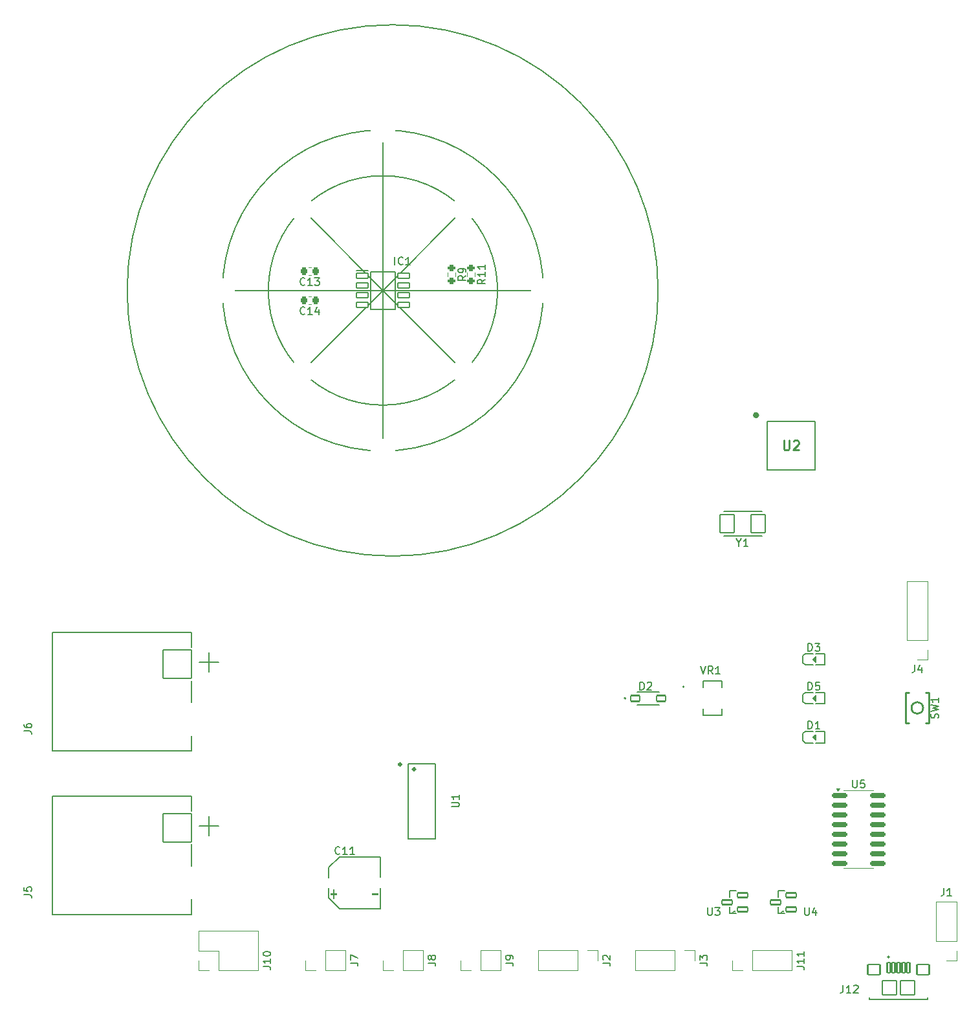
<source format=gbr>
%TF.GenerationSoftware,KiCad,Pcbnew,8.0.4*%
%TF.CreationDate,2024-08-11T19:16:42-04:00*%
%TF.ProjectId,foc_pcb,666f635f-7063-4622-9e6b-696361645f70,rev?*%
%TF.SameCoordinates,Original*%
%TF.FileFunction,Legend,Top*%
%TF.FilePolarity,Positive*%
%FSLAX46Y46*%
G04 Gerber Fmt 4.6, Leading zero omitted, Abs format (unit mm)*
G04 Created by KiCad (PCBNEW 8.0.4) date 2024-08-11 19:16:42*
%MOMM*%
%LPD*%
G01*
G04 APERTURE LIST*
G04 Aperture macros list*
%AMRoundRect*
0 Rectangle with rounded corners*
0 $1 Rounding radius*
0 $2 $3 $4 $5 $6 $7 $8 $9 X,Y pos of 4 corners*
0 Add a 4 corners polygon primitive as box body*
4,1,4,$2,$3,$4,$5,$6,$7,$8,$9,$2,$3,0*
0 Add four circle primitives for the rounded corners*
1,1,$1+$1,$2,$3*
1,1,$1+$1,$4,$5*
1,1,$1+$1,$6,$7*
1,1,$1+$1,$8,$9*
0 Add four rect primitives between the rounded corners*
20,1,$1+$1,$2,$3,$4,$5,0*
20,1,$1+$1,$4,$5,$6,$7,0*
20,1,$1+$1,$6,$7,$8,$9,0*
20,1,$1+$1,$8,$9,$2,$3,0*%
G04 Aperture macros list end*
%ADD10C,0.150000*%
%ADD11C,0.254000*%
%ADD12C,0.120000*%
%ADD13C,0.127000*%
%ADD14C,0.200000*%
%ADD15C,0.152500*%
%ADD16C,0.000000*%
%ADD17C,0.152400*%
%ADD18C,0.300000*%
%ADD19C,0.400000*%
%ADD20C,0.010000*%
%ADD21C,3.200000*%
%ADD22R,1.700000X1.700000*%
%ADD23O,1.700000X1.700000*%
%ADD24RoundRect,0.102000X-0.200000X-0.675000X0.200000X-0.675000X0.200000X0.675000X-0.200000X0.675000X0*%
%ADD25RoundRect,0.102000X-0.800000X-0.700000X0.800000X-0.700000X0.800000X0.700000X-0.800000X0.700000X0*%
%ADD26RoundRect,0.102000X-0.950000X-0.950000X0.950000X-0.950000X0.950000X0.950000X-0.950000X0.950000X0*%
%ADD27O,1.104000X2.004000*%
%ADD28RoundRect,0.102000X-0.750000X-0.325000X0.750000X-0.325000X0.750000X0.325000X-0.750000X0.325000X0*%
%ADD29R,3.500000X1.200000*%
%ADD30RoundRect,0.102000X1.858000X-1.858000X1.858000X1.858000X-1.858000X1.858000X-1.858000X-1.858000X0*%
%ADD31C,3.920000*%
%ADD32O,2.604000X1.404000*%
%ADD33RoundRect,0.102000X0.660400X0.279400X-0.660400X0.279400X-0.660400X-0.279400X0.660400X-0.279400X0*%
%ADD34R,0.800000X0.800000*%
%ADD35RoundRect,0.225000X0.225000X0.250000X-0.225000X0.250000X-0.225000X-0.250000X0.225000X-0.250000X0*%
%ADD36RoundRect,0.200000X-0.275000X0.200000X-0.275000X-0.200000X0.275000X-0.200000X0.275000X0.200000X0*%
%ADD37RoundRect,0.102000X0.950000X1.200000X-0.950000X1.200000X-0.950000X-1.200000X0.950000X-1.200000X0*%
%ADD38R,1.800000X1.350000*%
%ADD39O,1.731500X0.343000*%
%ADD40R,2.750000X6.200000*%
%ADD41R,1.500000X0.600000*%
%ADD42R,0.600000X1.500000*%
%ADD43RoundRect,0.150000X-0.825000X-0.150000X0.825000X-0.150000X0.825000X0.150000X-0.825000X0.150000X0*%
%ADD44RoundRect,0.102000X-0.605000X-0.365000X0.605000X-0.365000X0.605000X0.365000X-0.605000X0.365000X0*%
G04 APERTURE END LIST*
D10*
X309550000Y-209550000D02*
G75*
G02*
X279550000Y-209550000I-15000000J0D01*
G01*
X279550000Y-209550000D02*
G75*
G02*
X309550000Y-209550000I15000000J0D01*
G01*
X294550000Y-209550000D02*
X273550000Y-209550000D01*
X294550000Y-209550000D02*
X315550000Y-209550000D01*
X315550000Y-209550000D02*
G75*
G02*
X273550000Y-209550000I-21000000J0D01*
G01*
X273550000Y-209550000D02*
G75*
G02*
X315550000Y-209550000I21000000J0D01*
G01*
X294550000Y-209550000D02*
X305156602Y-198943398D01*
X294550000Y-209550000D02*
X305156602Y-220156602D01*
X294550000Y-209550000D02*
X283943398Y-220156602D01*
X294550000Y-209550000D02*
X294550000Y-188550000D01*
X330570000Y-209550000D02*
G75*
G02*
X261070000Y-209550000I-34750000J0D01*
G01*
X261070000Y-209550000D02*
G75*
G02*
X330570000Y-209550000I34750000J0D01*
G01*
X294550000Y-209550000D02*
X283943398Y-198943398D01*
X294550000Y-209550000D02*
X294550000Y-230550000D01*
X367966666Y-287744819D02*
X367966666Y-288459104D01*
X367966666Y-288459104D02*
X367919047Y-288601961D01*
X367919047Y-288601961D02*
X367823809Y-288697200D01*
X367823809Y-288697200D02*
X367680952Y-288744819D01*
X367680952Y-288744819D02*
X367585714Y-288744819D01*
X368966666Y-288744819D02*
X368395238Y-288744819D01*
X368680952Y-288744819D02*
X368680952Y-287744819D01*
X368680952Y-287744819D02*
X368585714Y-287887676D01*
X368585714Y-287887676D02*
X368490476Y-287982914D01*
X368490476Y-287982914D02*
X368395238Y-288030533D01*
X354790476Y-300444819D02*
X354790476Y-301159104D01*
X354790476Y-301159104D02*
X354742857Y-301301961D01*
X354742857Y-301301961D02*
X354647619Y-301397200D01*
X354647619Y-301397200D02*
X354504762Y-301444819D01*
X354504762Y-301444819D02*
X354409524Y-301444819D01*
X355790476Y-301444819D02*
X355219048Y-301444819D01*
X355504762Y-301444819D02*
X355504762Y-300444819D01*
X355504762Y-300444819D02*
X355409524Y-300587676D01*
X355409524Y-300587676D02*
X355314286Y-300682914D01*
X355314286Y-300682914D02*
X355219048Y-300730533D01*
X356171429Y-300540057D02*
X356219048Y-300492438D01*
X356219048Y-300492438D02*
X356314286Y-300444819D01*
X356314286Y-300444819D02*
X356552381Y-300444819D01*
X356552381Y-300444819D02*
X356647619Y-300492438D01*
X356647619Y-300492438D02*
X356695238Y-300540057D01*
X356695238Y-300540057D02*
X356742857Y-300635295D01*
X356742857Y-300635295D02*
X356742857Y-300730533D01*
X356742857Y-300730533D02*
X356695238Y-300873390D01*
X356695238Y-300873390D02*
X356123810Y-301444819D01*
X356123810Y-301444819D02*
X356742857Y-301444819D01*
X336004819Y-297513333D02*
X336719104Y-297513333D01*
X336719104Y-297513333D02*
X336861961Y-297560952D01*
X336861961Y-297560952D02*
X336957200Y-297656190D01*
X336957200Y-297656190D02*
X337004819Y-297799047D01*
X337004819Y-297799047D02*
X337004819Y-297894285D01*
X336004819Y-297132380D02*
X336004819Y-296513333D01*
X336004819Y-296513333D02*
X336385771Y-296846666D01*
X336385771Y-296846666D02*
X336385771Y-296703809D01*
X336385771Y-296703809D02*
X336433390Y-296608571D01*
X336433390Y-296608571D02*
X336481009Y-296560952D01*
X336481009Y-296560952D02*
X336576247Y-296513333D01*
X336576247Y-296513333D02*
X336814342Y-296513333D01*
X336814342Y-296513333D02*
X336909580Y-296560952D01*
X336909580Y-296560952D02*
X336957200Y-296608571D01*
X336957200Y-296608571D02*
X337004819Y-296703809D01*
X337004819Y-296703809D02*
X337004819Y-296989523D01*
X337004819Y-296989523D02*
X336957200Y-297084761D01*
X336957200Y-297084761D02*
X336909580Y-297132380D01*
X364156666Y-258534819D02*
X364156666Y-259249104D01*
X364156666Y-259249104D02*
X364109047Y-259391961D01*
X364109047Y-259391961D02*
X364013809Y-259487200D01*
X364013809Y-259487200D02*
X363870952Y-259534819D01*
X363870952Y-259534819D02*
X363775714Y-259534819D01*
X365061428Y-258868152D02*
X365061428Y-259534819D01*
X364823333Y-258487200D02*
X364585238Y-259201485D01*
X364585238Y-259201485D02*
X365204285Y-259201485D01*
X296113810Y-206194819D02*
X296113810Y-205194819D01*
X297161428Y-206099580D02*
X297113809Y-206147200D01*
X297113809Y-206147200D02*
X296970952Y-206194819D01*
X296970952Y-206194819D02*
X296875714Y-206194819D01*
X296875714Y-206194819D02*
X296732857Y-206147200D01*
X296732857Y-206147200D02*
X296637619Y-206051961D01*
X296637619Y-206051961D02*
X296590000Y-205956723D01*
X296590000Y-205956723D02*
X296542381Y-205766247D01*
X296542381Y-205766247D02*
X296542381Y-205623390D01*
X296542381Y-205623390D02*
X296590000Y-205432914D01*
X296590000Y-205432914D02*
X296637619Y-205337676D01*
X296637619Y-205337676D02*
X296732857Y-205242438D01*
X296732857Y-205242438D02*
X296875714Y-205194819D01*
X296875714Y-205194819D02*
X296970952Y-205194819D01*
X296970952Y-205194819D02*
X297113809Y-205242438D01*
X297113809Y-205242438D02*
X297161428Y-205290057D01*
X298113809Y-206194819D02*
X297542381Y-206194819D01*
X297828095Y-206194819D02*
X297828095Y-205194819D01*
X297828095Y-205194819D02*
X297732857Y-205337676D01*
X297732857Y-205337676D02*
X297637619Y-205432914D01*
X297637619Y-205432914D02*
X297542381Y-205480533D01*
X288917142Y-283227330D02*
X288869523Y-283274950D01*
X288869523Y-283274950D02*
X288726666Y-283322569D01*
X288726666Y-283322569D02*
X288631428Y-283322569D01*
X288631428Y-283322569D02*
X288488571Y-283274950D01*
X288488571Y-283274950D02*
X288393333Y-283179711D01*
X288393333Y-283179711D02*
X288345714Y-283084473D01*
X288345714Y-283084473D02*
X288298095Y-282893997D01*
X288298095Y-282893997D02*
X288298095Y-282751140D01*
X288298095Y-282751140D02*
X288345714Y-282560664D01*
X288345714Y-282560664D02*
X288393333Y-282465426D01*
X288393333Y-282465426D02*
X288488571Y-282370188D01*
X288488571Y-282370188D02*
X288631428Y-282322569D01*
X288631428Y-282322569D02*
X288726666Y-282322569D01*
X288726666Y-282322569D02*
X288869523Y-282370188D01*
X288869523Y-282370188D02*
X288917142Y-282417807D01*
X289869523Y-283322569D02*
X289298095Y-283322569D01*
X289583809Y-283322569D02*
X289583809Y-282322569D01*
X289583809Y-282322569D02*
X289488571Y-282465426D01*
X289488571Y-282465426D02*
X289393333Y-282560664D01*
X289393333Y-282560664D02*
X289298095Y-282608283D01*
X290821904Y-283322569D02*
X290250476Y-283322569D01*
X290536190Y-283322569D02*
X290536190Y-282322569D01*
X290536190Y-282322569D02*
X290440952Y-282465426D01*
X290440952Y-282465426D02*
X290345714Y-282560664D01*
X290345714Y-282560664D02*
X290250476Y-282608283D01*
X247559603Y-288577080D02*
X248274203Y-288577080D01*
X248274203Y-288577080D02*
X248417123Y-288624720D01*
X248417123Y-288624720D02*
X248512404Y-288720000D01*
X248512404Y-288720000D02*
X248560044Y-288862920D01*
X248560044Y-288862920D02*
X248560044Y-288958200D01*
X247559603Y-287624279D02*
X247559603Y-288100679D01*
X247559603Y-288100679D02*
X248036003Y-288148319D01*
X248036003Y-288148319D02*
X247988363Y-288100679D01*
X247988363Y-288100679D02*
X247940723Y-288005399D01*
X247940723Y-288005399D02*
X247940723Y-287767199D01*
X247940723Y-287767199D02*
X247988363Y-287671919D01*
X247988363Y-287671919D02*
X248036003Y-287624279D01*
X248036003Y-287624279D02*
X248131283Y-287576639D01*
X248131283Y-287576639D02*
X248369483Y-287576639D01*
X248369483Y-287576639D02*
X248464763Y-287624279D01*
X248464763Y-287624279D02*
X248512404Y-287671919D01*
X248512404Y-287671919D02*
X248560044Y-287767199D01*
X248560044Y-287767199D02*
X248560044Y-288005399D01*
X248560044Y-288005399D02*
X248512404Y-288100679D01*
X248512404Y-288100679D02*
X248464763Y-288148319D01*
X310604819Y-297513333D02*
X311319104Y-297513333D01*
X311319104Y-297513333D02*
X311461961Y-297560952D01*
X311461961Y-297560952D02*
X311557200Y-297656190D01*
X311557200Y-297656190D02*
X311604819Y-297799047D01*
X311604819Y-297799047D02*
X311604819Y-297894285D01*
X311604819Y-296989523D02*
X311604819Y-296799047D01*
X311604819Y-296799047D02*
X311557200Y-296703809D01*
X311557200Y-296703809D02*
X311509580Y-296656190D01*
X311509580Y-296656190D02*
X311366723Y-296560952D01*
X311366723Y-296560952D02*
X311176247Y-296513333D01*
X311176247Y-296513333D02*
X310795295Y-296513333D01*
X310795295Y-296513333D02*
X310700057Y-296560952D01*
X310700057Y-296560952D02*
X310652438Y-296608571D01*
X310652438Y-296608571D02*
X310604819Y-296703809D01*
X310604819Y-296703809D02*
X310604819Y-296894285D01*
X310604819Y-296894285D02*
X310652438Y-296989523D01*
X310652438Y-296989523D02*
X310700057Y-297037142D01*
X310700057Y-297037142D02*
X310795295Y-297084761D01*
X310795295Y-297084761D02*
X311033390Y-297084761D01*
X311033390Y-297084761D02*
X311128628Y-297037142D01*
X311128628Y-297037142D02*
X311176247Y-296989523D01*
X311176247Y-296989523D02*
X311223866Y-296894285D01*
X311223866Y-296894285D02*
X311223866Y-296703809D01*
X311223866Y-296703809D02*
X311176247Y-296608571D01*
X311176247Y-296608571D02*
X311128628Y-296560952D01*
X311128628Y-296560952D02*
X311033390Y-296513333D01*
X278854819Y-297989523D02*
X279569104Y-297989523D01*
X279569104Y-297989523D02*
X279711961Y-298037142D01*
X279711961Y-298037142D02*
X279807200Y-298132380D01*
X279807200Y-298132380D02*
X279854819Y-298275237D01*
X279854819Y-298275237D02*
X279854819Y-298370475D01*
X279854819Y-296989523D02*
X279854819Y-297560951D01*
X279854819Y-297275237D02*
X278854819Y-297275237D01*
X278854819Y-297275237D02*
X278997676Y-297370475D01*
X278997676Y-297370475D02*
X279092914Y-297465713D01*
X279092914Y-297465713D02*
X279140533Y-297560951D01*
X278854819Y-296370475D02*
X278854819Y-296275237D01*
X278854819Y-296275237D02*
X278902438Y-296179999D01*
X278902438Y-296179999D02*
X278950057Y-296132380D01*
X278950057Y-296132380D02*
X279045295Y-296084761D01*
X279045295Y-296084761D02*
X279235771Y-296037142D01*
X279235771Y-296037142D02*
X279473866Y-296037142D01*
X279473866Y-296037142D02*
X279664342Y-296084761D01*
X279664342Y-296084761D02*
X279759580Y-296132380D01*
X279759580Y-296132380D02*
X279807200Y-296179999D01*
X279807200Y-296179999D02*
X279854819Y-296275237D01*
X279854819Y-296275237D02*
X279854819Y-296370475D01*
X279854819Y-296370475D02*
X279807200Y-296465713D01*
X279807200Y-296465713D02*
X279759580Y-296513332D01*
X279759580Y-296513332D02*
X279664342Y-296560951D01*
X279664342Y-296560951D02*
X279473866Y-296608570D01*
X279473866Y-296608570D02*
X279235771Y-296608570D01*
X279235771Y-296608570D02*
X279045295Y-296560951D01*
X279045295Y-296560951D02*
X278950057Y-296513332D01*
X278950057Y-296513332D02*
X278902438Y-296465713D01*
X278902438Y-296465713D02*
X278854819Y-296370475D01*
X348704819Y-297989523D02*
X349419104Y-297989523D01*
X349419104Y-297989523D02*
X349561961Y-298037142D01*
X349561961Y-298037142D02*
X349657200Y-298132380D01*
X349657200Y-298132380D02*
X349704819Y-298275237D01*
X349704819Y-298275237D02*
X349704819Y-298370475D01*
X349704819Y-296989523D02*
X349704819Y-297560951D01*
X349704819Y-297275237D02*
X348704819Y-297275237D01*
X348704819Y-297275237D02*
X348847676Y-297370475D01*
X348847676Y-297370475D02*
X348942914Y-297465713D01*
X348942914Y-297465713D02*
X348990533Y-297560951D01*
X349704819Y-296037142D02*
X349704819Y-296608570D01*
X349704819Y-296322856D02*
X348704819Y-296322856D01*
X348704819Y-296322856D02*
X348847676Y-296418094D01*
X348847676Y-296418094D02*
X348942914Y-296513332D01*
X348942914Y-296513332D02*
X348990533Y-296608570D01*
X337058095Y-290284819D02*
X337058095Y-291094342D01*
X337058095Y-291094342D02*
X337105714Y-291189580D01*
X337105714Y-291189580D02*
X337153333Y-291237200D01*
X337153333Y-291237200D02*
X337248571Y-291284819D01*
X337248571Y-291284819D02*
X337439047Y-291284819D01*
X337439047Y-291284819D02*
X337534285Y-291237200D01*
X337534285Y-291237200D02*
X337581904Y-291189580D01*
X337581904Y-291189580D02*
X337629523Y-291094342D01*
X337629523Y-291094342D02*
X337629523Y-290284819D01*
X338010476Y-290284819D02*
X338629523Y-290284819D01*
X338629523Y-290284819D02*
X338296190Y-290665771D01*
X338296190Y-290665771D02*
X338439047Y-290665771D01*
X338439047Y-290665771D02*
X338534285Y-290713390D01*
X338534285Y-290713390D02*
X338581904Y-290761009D01*
X338581904Y-290761009D02*
X338629523Y-290856247D01*
X338629523Y-290856247D02*
X338629523Y-291094342D01*
X338629523Y-291094342D02*
X338581904Y-291189580D01*
X338581904Y-291189580D02*
X338534285Y-291237200D01*
X338534285Y-291237200D02*
X338439047Y-291284819D01*
X338439047Y-291284819D02*
X338153333Y-291284819D01*
X338153333Y-291284819D02*
X338058095Y-291237200D01*
X338058095Y-291237200D02*
X338010476Y-291189580D01*
X350202905Y-256733319D02*
X350202905Y-255733319D01*
X350202905Y-255733319D02*
X350441000Y-255733319D01*
X350441000Y-255733319D02*
X350583857Y-255780938D01*
X350583857Y-255780938D02*
X350679095Y-255876176D01*
X350679095Y-255876176D02*
X350726714Y-255971414D01*
X350726714Y-255971414D02*
X350774333Y-256161890D01*
X350774333Y-256161890D02*
X350774333Y-256304747D01*
X350774333Y-256304747D02*
X350726714Y-256495223D01*
X350726714Y-256495223D02*
X350679095Y-256590461D01*
X350679095Y-256590461D02*
X350583857Y-256685700D01*
X350583857Y-256685700D02*
X350441000Y-256733319D01*
X350441000Y-256733319D02*
X350202905Y-256733319D01*
X351107667Y-255733319D02*
X351726714Y-255733319D01*
X351726714Y-255733319D02*
X351393381Y-256114271D01*
X351393381Y-256114271D02*
X351536238Y-256114271D01*
X351536238Y-256114271D02*
X351631476Y-256161890D01*
X351631476Y-256161890D02*
X351679095Y-256209509D01*
X351679095Y-256209509D02*
X351726714Y-256304747D01*
X351726714Y-256304747D02*
X351726714Y-256542842D01*
X351726714Y-256542842D02*
X351679095Y-256638080D01*
X351679095Y-256638080D02*
X351631476Y-256685700D01*
X351631476Y-256685700D02*
X351536238Y-256733319D01*
X351536238Y-256733319D02*
X351250524Y-256733319D01*
X351250524Y-256733319D02*
X351155286Y-256685700D01*
X351155286Y-256685700D02*
X351107667Y-256638080D01*
X284332142Y-208799580D02*
X284284523Y-208847200D01*
X284284523Y-208847200D02*
X284141666Y-208894819D01*
X284141666Y-208894819D02*
X284046428Y-208894819D01*
X284046428Y-208894819D02*
X283903571Y-208847200D01*
X283903571Y-208847200D02*
X283808333Y-208751961D01*
X283808333Y-208751961D02*
X283760714Y-208656723D01*
X283760714Y-208656723D02*
X283713095Y-208466247D01*
X283713095Y-208466247D02*
X283713095Y-208323390D01*
X283713095Y-208323390D02*
X283760714Y-208132914D01*
X283760714Y-208132914D02*
X283808333Y-208037676D01*
X283808333Y-208037676D02*
X283903571Y-207942438D01*
X283903571Y-207942438D02*
X284046428Y-207894819D01*
X284046428Y-207894819D02*
X284141666Y-207894819D01*
X284141666Y-207894819D02*
X284284523Y-207942438D01*
X284284523Y-207942438D02*
X284332142Y-207990057D01*
X285284523Y-208894819D02*
X284713095Y-208894819D01*
X284998809Y-208894819D02*
X284998809Y-207894819D01*
X284998809Y-207894819D02*
X284903571Y-208037676D01*
X284903571Y-208037676D02*
X284808333Y-208132914D01*
X284808333Y-208132914D02*
X284713095Y-208180533D01*
X285617857Y-207894819D02*
X286236904Y-207894819D01*
X286236904Y-207894819D02*
X285903571Y-208275771D01*
X285903571Y-208275771D02*
X286046428Y-208275771D01*
X286046428Y-208275771D02*
X286141666Y-208323390D01*
X286141666Y-208323390D02*
X286189285Y-208371009D01*
X286189285Y-208371009D02*
X286236904Y-208466247D01*
X286236904Y-208466247D02*
X286236904Y-208704342D01*
X286236904Y-208704342D02*
X286189285Y-208799580D01*
X286189285Y-208799580D02*
X286141666Y-208847200D01*
X286141666Y-208847200D02*
X286046428Y-208894819D01*
X286046428Y-208894819D02*
X285760714Y-208894819D01*
X285760714Y-208894819D02*
X285665476Y-208847200D01*
X285665476Y-208847200D02*
X285617857Y-208799580D01*
X247559603Y-267177080D02*
X248274203Y-267177080D01*
X248274203Y-267177080D02*
X248417123Y-267224720D01*
X248417123Y-267224720D02*
X248512404Y-267320000D01*
X248512404Y-267320000D02*
X248560044Y-267462920D01*
X248560044Y-267462920D02*
X248560044Y-267558200D01*
X247559603Y-266271919D02*
X247559603Y-266462479D01*
X247559603Y-266462479D02*
X247607243Y-266557759D01*
X247607243Y-266557759D02*
X247654883Y-266605399D01*
X247654883Y-266605399D02*
X247797803Y-266700679D01*
X247797803Y-266700679D02*
X247988363Y-266748319D01*
X247988363Y-266748319D02*
X248369483Y-266748319D01*
X248369483Y-266748319D02*
X248464763Y-266700679D01*
X248464763Y-266700679D02*
X248512404Y-266653039D01*
X248512404Y-266653039D02*
X248560044Y-266557759D01*
X248560044Y-266557759D02*
X248560044Y-266367199D01*
X248560044Y-266367199D02*
X248512404Y-266271919D01*
X248512404Y-266271919D02*
X248464763Y-266224279D01*
X248464763Y-266224279D02*
X248369483Y-266176639D01*
X248369483Y-266176639D02*
X248131283Y-266176639D01*
X248131283Y-266176639D02*
X248036003Y-266224279D01*
X248036003Y-266224279D02*
X247988363Y-266271919D01*
X247988363Y-266271919D02*
X247940723Y-266367199D01*
X247940723Y-266367199D02*
X247940723Y-266557759D01*
X247940723Y-266557759D02*
X247988363Y-266653039D01*
X247988363Y-266653039D02*
X248036003Y-266700679D01*
X248036003Y-266700679D02*
X248131283Y-266748319D01*
X305414819Y-207621666D02*
X304938628Y-207954999D01*
X305414819Y-208193094D02*
X304414819Y-208193094D01*
X304414819Y-208193094D02*
X304414819Y-207812142D01*
X304414819Y-207812142D02*
X304462438Y-207716904D01*
X304462438Y-207716904D02*
X304510057Y-207669285D01*
X304510057Y-207669285D02*
X304605295Y-207621666D01*
X304605295Y-207621666D02*
X304748152Y-207621666D01*
X304748152Y-207621666D02*
X304843390Y-207669285D01*
X304843390Y-207669285D02*
X304891009Y-207716904D01*
X304891009Y-207716904D02*
X304938628Y-207812142D01*
X304938628Y-207812142D02*
X304938628Y-208193094D01*
X305414819Y-207145475D02*
X305414819Y-206954999D01*
X305414819Y-206954999D02*
X305367200Y-206859761D01*
X305367200Y-206859761D02*
X305319580Y-206812142D01*
X305319580Y-206812142D02*
X305176723Y-206716904D01*
X305176723Y-206716904D02*
X304986247Y-206669285D01*
X304986247Y-206669285D02*
X304605295Y-206669285D01*
X304605295Y-206669285D02*
X304510057Y-206716904D01*
X304510057Y-206716904D02*
X304462438Y-206764523D01*
X304462438Y-206764523D02*
X304414819Y-206859761D01*
X304414819Y-206859761D02*
X304414819Y-207050237D01*
X304414819Y-207050237D02*
X304462438Y-207145475D01*
X304462438Y-207145475D02*
X304510057Y-207193094D01*
X304510057Y-207193094D02*
X304605295Y-207240713D01*
X304605295Y-207240713D02*
X304843390Y-207240713D01*
X304843390Y-207240713D02*
X304938628Y-207193094D01*
X304938628Y-207193094D02*
X304986247Y-207145475D01*
X304986247Y-207145475D02*
X305033866Y-207050237D01*
X305033866Y-207050237D02*
X305033866Y-206859761D01*
X305033866Y-206859761D02*
X304986247Y-206764523D01*
X304986247Y-206764523D02*
X304938628Y-206716904D01*
X304938628Y-206716904D02*
X304843390Y-206669285D01*
X341153809Y-242548628D02*
X341153809Y-243024819D01*
X340820476Y-242024819D02*
X341153809Y-242548628D01*
X341153809Y-242548628D02*
X341487142Y-242024819D01*
X342344285Y-243024819D02*
X341772857Y-243024819D01*
X342058571Y-243024819D02*
X342058571Y-242024819D01*
X342058571Y-242024819D02*
X341963333Y-242167676D01*
X341963333Y-242167676D02*
X341868095Y-242262914D01*
X341868095Y-242262914D02*
X341772857Y-242310533D01*
X367224200Y-265493332D02*
X367271819Y-265350475D01*
X367271819Y-265350475D02*
X367271819Y-265112380D01*
X367271819Y-265112380D02*
X367224200Y-265017142D01*
X367224200Y-265017142D02*
X367176580Y-264969523D01*
X367176580Y-264969523D02*
X367081342Y-264921904D01*
X367081342Y-264921904D02*
X366986104Y-264921904D01*
X366986104Y-264921904D02*
X366890866Y-264969523D01*
X366890866Y-264969523D02*
X366843247Y-265017142D01*
X366843247Y-265017142D02*
X366795628Y-265112380D01*
X366795628Y-265112380D02*
X366748009Y-265302856D01*
X366748009Y-265302856D02*
X366700390Y-265398094D01*
X366700390Y-265398094D02*
X366652771Y-265445713D01*
X366652771Y-265445713D02*
X366557533Y-265493332D01*
X366557533Y-265493332D02*
X366462295Y-265493332D01*
X366462295Y-265493332D02*
X366367057Y-265445713D01*
X366367057Y-265445713D02*
X366319438Y-265398094D01*
X366319438Y-265398094D02*
X366271819Y-265302856D01*
X366271819Y-265302856D02*
X366271819Y-265064761D01*
X366271819Y-265064761D02*
X366319438Y-264921904D01*
X366271819Y-264588570D02*
X367271819Y-264350475D01*
X367271819Y-264350475D02*
X366557533Y-264159999D01*
X366557533Y-264159999D02*
X367271819Y-263969523D01*
X367271819Y-263969523D02*
X366271819Y-263731428D01*
X367271819Y-262826666D02*
X367271819Y-263398094D01*
X367271819Y-263112380D02*
X366271819Y-263112380D01*
X366271819Y-263112380D02*
X366414676Y-263207618D01*
X366414676Y-263207618D02*
X366509914Y-263302856D01*
X366509914Y-263302856D02*
X366557533Y-263398094D01*
X350202905Y-266896819D02*
X350202905Y-265896819D01*
X350202905Y-265896819D02*
X350441000Y-265896819D01*
X350441000Y-265896819D02*
X350583857Y-265944438D01*
X350583857Y-265944438D02*
X350679095Y-266039676D01*
X350679095Y-266039676D02*
X350726714Y-266134914D01*
X350726714Y-266134914D02*
X350774333Y-266325390D01*
X350774333Y-266325390D02*
X350774333Y-266468247D01*
X350774333Y-266468247D02*
X350726714Y-266658723D01*
X350726714Y-266658723D02*
X350679095Y-266753961D01*
X350679095Y-266753961D02*
X350583857Y-266849200D01*
X350583857Y-266849200D02*
X350441000Y-266896819D01*
X350441000Y-266896819D02*
X350202905Y-266896819D01*
X351726714Y-266896819D02*
X351155286Y-266896819D01*
X351441000Y-266896819D02*
X351441000Y-265896819D01*
X351441000Y-265896819D02*
X351345762Y-266039676D01*
X351345762Y-266039676D02*
X351250524Y-266134914D01*
X351250524Y-266134914D02*
X351155286Y-266182533D01*
X336145476Y-258709819D02*
X336478809Y-259709819D01*
X336478809Y-259709819D02*
X336812142Y-258709819D01*
X337716904Y-259709819D02*
X337383571Y-259233628D01*
X337145476Y-259709819D02*
X337145476Y-258709819D01*
X337145476Y-258709819D02*
X337526428Y-258709819D01*
X337526428Y-258709819D02*
X337621666Y-258757438D01*
X337621666Y-258757438D02*
X337669285Y-258805057D01*
X337669285Y-258805057D02*
X337716904Y-258900295D01*
X337716904Y-258900295D02*
X337716904Y-259043152D01*
X337716904Y-259043152D02*
X337669285Y-259138390D01*
X337669285Y-259138390D02*
X337621666Y-259186009D01*
X337621666Y-259186009D02*
X337526428Y-259233628D01*
X337526428Y-259233628D02*
X337145476Y-259233628D01*
X338669285Y-259709819D02*
X338097857Y-259709819D01*
X338383571Y-259709819D02*
X338383571Y-258709819D01*
X338383571Y-258709819D02*
X338288333Y-258852676D01*
X338288333Y-258852676D02*
X338193095Y-258947914D01*
X338193095Y-258947914D02*
X338097857Y-258995533D01*
X300444819Y-297513333D02*
X301159104Y-297513333D01*
X301159104Y-297513333D02*
X301301961Y-297560952D01*
X301301961Y-297560952D02*
X301397200Y-297656190D01*
X301397200Y-297656190D02*
X301444819Y-297799047D01*
X301444819Y-297799047D02*
X301444819Y-297894285D01*
X300873390Y-296894285D02*
X300825771Y-296989523D01*
X300825771Y-296989523D02*
X300778152Y-297037142D01*
X300778152Y-297037142D02*
X300682914Y-297084761D01*
X300682914Y-297084761D02*
X300635295Y-297084761D01*
X300635295Y-297084761D02*
X300540057Y-297037142D01*
X300540057Y-297037142D02*
X300492438Y-296989523D01*
X300492438Y-296989523D02*
X300444819Y-296894285D01*
X300444819Y-296894285D02*
X300444819Y-296703809D01*
X300444819Y-296703809D02*
X300492438Y-296608571D01*
X300492438Y-296608571D02*
X300540057Y-296560952D01*
X300540057Y-296560952D02*
X300635295Y-296513333D01*
X300635295Y-296513333D02*
X300682914Y-296513333D01*
X300682914Y-296513333D02*
X300778152Y-296560952D01*
X300778152Y-296560952D02*
X300825771Y-296608571D01*
X300825771Y-296608571D02*
X300873390Y-296703809D01*
X300873390Y-296703809D02*
X300873390Y-296894285D01*
X300873390Y-296894285D02*
X300921009Y-296989523D01*
X300921009Y-296989523D02*
X300968628Y-297037142D01*
X300968628Y-297037142D02*
X301063866Y-297084761D01*
X301063866Y-297084761D02*
X301254342Y-297084761D01*
X301254342Y-297084761D02*
X301349580Y-297037142D01*
X301349580Y-297037142D02*
X301397200Y-296989523D01*
X301397200Y-296989523D02*
X301444819Y-296894285D01*
X301444819Y-296894285D02*
X301444819Y-296703809D01*
X301444819Y-296703809D02*
X301397200Y-296608571D01*
X301397200Y-296608571D02*
X301349580Y-296560952D01*
X301349580Y-296560952D02*
X301254342Y-296513333D01*
X301254342Y-296513333D02*
X301063866Y-296513333D01*
X301063866Y-296513333D02*
X300968628Y-296560952D01*
X300968628Y-296560952D02*
X300921009Y-296608571D01*
X300921009Y-296608571D02*
X300873390Y-296703809D01*
X303536569Y-277088279D02*
X304346092Y-277088279D01*
X304346092Y-277088279D02*
X304441330Y-277040660D01*
X304441330Y-277040660D02*
X304488950Y-276993041D01*
X304488950Y-276993041D02*
X304536569Y-276897803D01*
X304536569Y-276897803D02*
X304536569Y-276707327D01*
X304536569Y-276707327D02*
X304488950Y-276612089D01*
X304488950Y-276612089D02*
X304441330Y-276564470D01*
X304441330Y-276564470D02*
X304346092Y-276516851D01*
X304346092Y-276516851D02*
X303536569Y-276516851D01*
X304536569Y-275516851D02*
X304536569Y-276088279D01*
X304536569Y-275802565D02*
X303536569Y-275802565D01*
X303536569Y-275802565D02*
X303679426Y-275897803D01*
X303679426Y-275897803D02*
X303774664Y-275993041D01*
X303774664Y-275993041D02*
X303822283Y-276088279D01*
X350202905Y-261813319D02*
X350202905Y-260813319D01*
X350202905Y-260813319D02*
X350441000Y-260813319D01*
X350441000Y-260813319D02*
X350583857Y-260860938D01*
X350583857Y-260860938D02*
X350679095Y-260956176D01*
X350679095Y-260956176D02*
X350726714Y-261051414D01*
X350726714Y-261051414D02*
X350774333Y-261241890D01*
X350774333Y-261241890D02*
X350774333Y-261384747D01*
X350774333Y-261384747D02*
X350726714Y-261575223D01*
X350726714Y-261575223D02*
X350679095Y-261670461D01*
X350679095Y-261670461D02*
X350583857Y-261765700D01*
X350583857Y-261765700D02*
X350441000Y-261813319D01*
X350441000Y-261813319D02*
X350202905Y-261813319D01*
X351679095Y-260813319D02*
X351202905Y-260813319D01*
X351202905Y-260813319D02*
X351155286Y-261289509D01*
X351155286Y-261289509D02*
X351202905Y-261241890D01*
X351202905Y-261241890D02*
X351298143Y-261194271D01*
X351298143Y-261194271D02*
X351536238Y-261194271D01*
X351536238Y-261194271D02*
X351631476Y-261241890D01*
X351631476Y-261241890D02*
X351679095Y-261289509D01*
X351679095Y-261289509D02*
X351726714Y-261384747D01*
X351726714Y-261384747D02*
X351726714Y-261622842D01*
X351726714Y-261622842D02*
X351679095Y-261718080D01*
X351679095Y-261718080D02*
X351631476Y-261765700D01*
X351631476Y-261765700D02*
X351536238Y-261813319D01*
X351536238Y-261813319D02*
X351298143Y-261813319D01*
X351298143Y-261813319D02*
X351202905Y-261765700D01*
X351202905Y-261765700D02*
X351155286Y-261718080D01*
X284332142Y-212609580D02*
X284284523Y-212657200D01*
X284284523Y-212657200D02*
X284141666Y-212704819D01*
X284141666Y-212704819D02*
X284046428Y-212704819D01*
X284046428Y-212704819D02*
X283903571Y-212657200D01*
X283903571Y-212657200D02*
X283808333Y-212561961D01*
X283808333Y-212561961D02*
X283760714Y-212466723D01*
X283760714Y-212466723D02*
X283713095Y-212276247D01*
X283713095Y-212276247D02*
X283713095Y-212133390D01*
X283713095Y-212133390D02*
X283760714Y-211942914D01*
X283760714Y-211942914D02*
X283808333Y-211847676D01*
X283808333Y-211847676D02*
X283903571Y-211752438D01*
X283903571Y-211752438D02*
X284046428Y-211704819D01*
X284046428Y-211704819D02*
X284141666Y-211704819D01*
X284141666Y-211704819D02*
X284284523Y-211752438D01*
X284284523Y-211752438D02*
X284332142Y-211800057D01*
X285284523Y-212704819D02*
X284713095Y-212704819D01*
X284998809Y-212704819D02*
X284998809Y-211704819D01*
X284998809Y-211704819D02*
X284903571Y-211847676D01*
X284903571Y-211847676D02*
X284808333Y-211942914D01*
X284808333Y-211942914D02*
X284713095Y-211990533D01*
X286141666Y-212038152D02*
X286141666Y-212704819D01*
X285903571Y-211657200D02*
X285665476Y-212371485D01*
X285665476Y-212371485D02*
X286284523Y-212371485D01*
D11*
X347012380Y-229174318D02*
X347012380Y-230202413D01*
X347012380Y-230202413D02*
X347072857Y-230323365D01*
X347072857Y-230323365D02*
X347133333Y-230383842D01*
X347133333Y-230383842D02*
X347254285Y-230444318D01*
X347254285Y-230444318D02*
X347496190Y-230444318D01*
X347496190Y-230444318D02*
X347617142Y-230383842D01*
X347617142Y-230383842D02*
X347677619Y-230323365D01*
X347677619Y-230323365D02*
X347738095Y-230202413D01*
X347738095Y-230202413D02*
X347738095Y-229174318D01*
X348282380Y-229295270D02*
X348342856Y-229234794D01*
X348342856Y-229234794D02*
X348463809Y-229174318D01*
X348463809Y-229174318D02*
X348766190Y-229174318D01*
X348766190Y-229174318D02*
X348887142Y-229234794D01*
X348887142Y-229234794D02*
X348947618Y-229295270D01*
X348947618Y-229295270D02*
X349008095Y-229416222D01*
X349008095Y-229416222D02*
X349008095Y-229537175D01*
X349008095Y-229537175D02*
X348947618Y-229718603D01*
X348947618Y-229718603D02*
X348221904Y-230444318D01*
X348221904Y-230444318D02*
X349008095Y-230444318D01*
D10*
X356043095Y-273589819D02*
X356043095Y-274399342D01*
X356043095Y-274399342D02*
X356090714Y-274494580D01*
X356090714Y-274494580D02*
X356138333Y-274542200D01*
X356138333Y-274542200D02*
X356233571Y-274589819D01*
X356233571Y-274589819D02*
X356424047Y-274589819D01*
X356424047Y-274589819D02*
X356519285Y-274542200D01*
X356519285Y-274542200D02*
X356566904Y-274494580D01*
X356566904Y-274494580D02*
X356614523Y-274399342D01*
X356614523Y-274399342D02*
X356614523Y-273589819D01*
X357566904Y-273589819D02*
X357090714Y-273589819D01*
X357090714Y-273589819D02*
X357043095Y-274066009D01*
X357043095Y-274066009D02*
X357090714Y-274018390D01*
X357090714Y-274018390D02*
X357185952Y-273970771D01*
X357185952Y-273970771D02*
X357424047Y-273970771D01*
X357424047Y-273970771D02*
X357519285Y-274018390D01*
X357519285Y-274018390D02*
X357566904Y-274066009D01*
X357566904Y-274066009D02*
X357614523Y-274161247D01*
X357614523Y-274161247D02*
X357614523Y-274399342D01*
X357614523Y-274399342D02*
X357566904Y-274494580D01*
X357566904Y-274494580D02*
X357519285Y-274542200D01*
X357519285Y-274542200D02*
X357424047Y-274589819D01*
X357424047Y-274589819D02*
X357185952Y-274589819D01*
X357185952Y-274589819D02*
X357090714Y-274542200D01*
X357090714Y-274542200D02*
X357043095Y-274494580D01*
X307954819Y-208097857D02*
X307478628Y-208431190D01*
X307954819Y-208669285D02*
X306954819Y-208669285D01*
X306954819Y-208669285D02*
X306954819Y-208288333D01*
X306954819Y-208288333D02*
X307002438Y-208193095D01*
X307002438Y-208193095D02*
X307050057Y-208145476D01*
X307050057Y-208145476D02*
X307145295Y-208097857D01*
X307145295Y-208097857D02*
X307288152Y-208097857D01*
X307288152Y-208097857D02*
X307383390Y-208145476D01*
X307383390Y-208145476D02*
X307431009Y-208193095D01*
X307431009Y-208193095D02*
X307478628Y-208288333D01*
X307478628Y-208288333D02*
X307478628Y-208669285D01*
X307954819Y-207145476D02*
X307954819Y-207716904D01*
X307954819Y-207431190D02*
X306954819Y-207431190D01*
X306954819Y-207431190D02*
X307097676Y-207526428D01*
X307097676Y-207526428D02*
X307192914Y-207621666D01*
X307192914Y-207621666D02*
X307240533Y-207716904D01*
X307954819Y-206193095D02*
X307954819Y-206764523D01*
X307954819Y-206478809D02*
X306954819Y-206478809D01*
X306954819Y-206478809D02*
X307097676Y-206574047D01*
X307097676Y-206574047D02*
X307192914Y-206669285D01*
X307192914Y-206669285D02*
X307240533Y-206764523D01*
X328191905Y-261787421D02*
X328191905Y-260787421D01*
X328191905Y-260787421D02*
X328430000Y-260787421D01*
X328430000Y-260787421D02*
X328572857Y-260835040D01*
X328572857Y-260835040D02*
X328668095Y-260930278D01*
X328668095Y-260930278D02*
X328715714Y-261025516D01*
X328715714Y-261025516D02*
X328763333Y-261215992D01*
X328763333Y-261215992D02*
X328763333Y-261358849D01*
X328763333Y-261358849D02*
X328715714Y-261549325D01*
X328715714Y-261549325D02*
X328668095Y-261644563D01*
X328668095Y-261644563D02*
X328572857Y-261739802D01*
X328572857Y-261739802D02*
X328430000Y-261787421D01*
X328430000Y-261787421D02*
X328191905Y-261787421D01*
X329144286Y-260882659D02*
X329191905Y-260835040D01*
X329191905Y-260835040D02*
X329287143Y-260787421D01*
X329287143Y-260787421D02*
X329525238Y-260787421D01*
X329525238Y-260787421D02*
X329620476Y-260835040D01*
X329620476Y-260835040D02*
X329668095Y-260882659D01*
X329668095Y-260882659D02*
X329715714Y-260977897D01*
X329715714Y-260977897D02*
X329715714Y-261073135D01*
X329715714Y-261073135D02*
X329668095Y-261215992D01*
X329668095Y-261215992D02*
X329096667Y-261787421D01*
X329096667Y-261787421D02*
X329715714Y-261787421D01*
X349758095Y-290284819D02*
X349758095Y-291094342D01*
X349758095Y-291094342D02*
X349805714Y-291189580D01*
X349805714Y-291189580D02*
X349853333Y-291237200D01*
X349853333Y-291237200D02*
X349948571Y-291284819D01*
X349948571Y-291284819D02*
X350139047Y-291284819D01*
X350139047Y-291284819D02*
X350234285Y-291237200D01*
X350234285Y-291237200D02*
X350281904Y-291189580D01*
X350281904Y-291189580D02*
X350329523Y-291094342D01*
X350329523Y-291094342D02*
X350329523Y-290284819D01*
X351234285Y-290618152D02*
X351234285Y-291284819D01*
X350996190Y-290237200D02*
X350758095Y-290951485D01*
X350758095Y-290951485D02*
X351377142Y-290951485D01*
X323304819Y-297513333D02*
X324019104Y-297513333D01*
X324019104Y-297513333D02*
X324161961Y-297560952D01*
X324161961Y-297560952D02*
X324257200Y-297656190D01*
X324257200Y-297656190D02*
X324304819Y-297799047D01*
X324304819Y-297799047D02*
X324304819Y-297894285D01*
X323400057Y-297084761D02*
X323352438Y-297037142D01*
X323352438Y-297037142D02*
X323304819Y-296941904D01*
X323304819Y-296941904D02*
X323304819Y-296703809D01*
X323304819Y-296703809D02*
X323352438Y-296608571D01*
X323352438Y-296608571D02*
X323400057Y-296560952D01*
X323400057Y-296560952D02*
X323495295Y-296513333D01*
X323495295Y-296513333D02*
X323590533Y-296513333D01*
X323590533Y-296513333D02*
X323733390Y-296560952D01*
X323733390Y-296560952D02*
X324304819Y-297132380D01*
X324304819Y-297132380D02*
X324304819Y-296513333D01*
X290284819Y-297513333D02*
X290999104Y-297513333D01*
X290999104Y-297513333D02*
X291141961Y-297560952D01*
X291141961Y-297560952D02*
X291237200Y-297656190D01*
X291237200Y-297656190D02*
X291284819Y-297799047D01*
X291284819Y-297799047D02*
X291284819Y-297894285D01*
X290284819Y-297132380D02*
X290284819Y-296465714D01*
X290284819Y-296465714D02*
X291284819Y-296894285D01*
D12*
%TO.C,J1*%
X369630000Y-297240000D02*
X368300000Y-297240000D01*
X369630000Y-295910000D02*
X369630000Y-297240000D01*
X369630000Y-294640000D02*
X369630000Y-289500000D01*
X369630000Y-294640000D02*
X366970000Y-294640000D01*
X369630000Y-289500000D02*
X366970000Y-289500000D01*
X366970000Y-294640000D02*
X366970000Y-289500000D01*
D13*
%TO.C,J12*%
X365820000Y-302250000D02*
X365820000Y-302020000D01*
X358220000Y-302250000D02*
X365820000Y-302250000D01*
D14*
X360820000Y-296750000D02*
G75*
G02*
X360620000Y-296750000I-100000J0D01*
G01*
X360620000Y-296750000D02*
G75*
G02*
X360820000Y-296750000I100000J0D01*
G01*
D13*
X358220000Y-302250000D02*
X358220000Y-302020000D01*
D12*
%TO.C,J3*%
X327600000Y-295850000D02*
X327600000Y-298510000D01*
X332740000Y-295850000D02*
X327600000Y-295850000D01*
X332740000Y-295850000D02*
X332740000Y-298510000D01*
X332740000Y-298510000D02*
X327600000Y-298510000D01*
X334010000Y-295850000D02*
X335340000Y-295850000D01*
X335340000Y-295850000D02*
X335340000Y-297180000D01*
%TO.C,J4*%
X363160000Y-255260000D02*
X363160000Y-247580000D01*
X365820000Y-247580000D02*
X363160000Y-247580000D01*
X365820000Y-255260000D02*
X363160000Y-255260000D01*
X365820000Y-255260000D02*
X365820000Y-247580000D01*
X365820000Y-256530000D02*
X365820000Y-257860000D01*
X365820000Y-257860000D02*
X364490000Y-257860000D01*
D14*
%TO.C,IC1*%
X291100000Y-206970000D02*
X292600000Y-206970000D01*
X292950000Y-207100000D02*
X296150000Y-207100000D01*
X292950000Y-212000000D02*
X292950000Y-207100000D01*
X296150000Y-207100000D02*
X296150000Y-212000000D01*
X296150000Y-212000000D02*
X292950000Y-212000000D01*
D15*
%TO.C,C11*%
X287454000Y-285040000D02*
X287454000Y-286334000D01*
X287454500Y-289001000D02*
X287467500Y-287706000D01*
X288849000Y-290395500D02*
X287454500Y-289001000D01*
X288850000Y-283644000D02*
X287454000Y-285040000D01*
X294185500Y-287759500D02*
X294205500Y-290395500D01*
X294199500Y-286312500D02*
X294206000Y-283644000D01*
X294205500Y-290395500D02*
X288849000Y-290395500D01*
X294206000Y-283644000D02*
X288850000Y-283644000D01*
D16*
G36*
X288520000Y-288637000D02*
G01*
X287728000Y-288637000D01*
X287728000Y-288439000D01*
X288520000Y-288439000D01*
X288520000Y-288637000D01*
G37*
G36*
X288223000Y-289198000D02*
G01*
X288025000Y-289198000D01*
X288025000Y-287878000D01*
X288223000Y-287878000D01*
X288223000Y-289198000D01*
G37*
G36*
X293932000Y-288637000D02*
G01*
X293140000Y-288637000D01*
X293140000Y-288439000D01*
X293932000Y-288439000D01*
X293932000Y-288637000D01*
G37*
D13*
%TO.C,J5*%
X269470000Y-275670000D02*
X251270000Y-275670000D01*
X269470000Y-275670000D02*
X269470000Y-277642000D01*
X251270000Y-275670000D02*
X251270000Y-291170000D01*
X271780000Y-278340000D02*
X271780000Y-279610000D01*
X271780000Y-279610000D02*
X273050000Y-279610000D01*
X271780000Y-279610000D02*
X270510000Y-279610000D01*
X271780000Y-280880000D02*
X271780000Y-279610000D01*
X269470000Y-284842000D02*
X269470000Y-281998000D01*
X269470000Y-291170000D02*
X269470000Y-289198000D01*
X251270000Y-291170000D02*
X269470000Y-291170000D01*
D12*
%TO.C,J9*%
X304740000Y-298510000D02*
X304740000Y-297180000D01*
X306070000Y-298510000D02*
X304740000Y-298510000D01*
X307340000Y-295850000D02*
X309940000Y-295850000D01*
X307340000Y-298510000D02*
X307340000Y-295850000D01*
X307340000Y-298510000D02*
X309940000Y-298510000D01*
X309940000Y-298510000D02*
X309940000Y-295850000D01*
%TO.C,J10*%
X270450000Y-293310000D02*
X278190000Y-293310000D01*
X270450000Y-295910000D02*
X270450000Y-293310000D01*
X270450000Y-298510000D02*
X270450000Y-297180000D01*
X271780000Y-298510000D02*
X270450000Y-298510000D01*
X273050000Y-295910000D02*
X270450000Y-295910000D01*
X273050000Y-298510000D02*
X273050000Y-295910000D01*
X273050000Y-298510000D02*
X278190000Y-298510000D01*
X278190000Y-298510000D02*
X278190000Y-293310000D01*
%TO.C,J11*%
X340300000Y-298510000D02*
X340300000Y-297180000D01*
X341630000Y-298510000D02*
X340300000Y-298510000D01*
X342900000Y-295850000D02*
X348040000Y-295850000D01*
X342900000Y-298510000D02*
X342900000Y-295850000D01*
X342900000Y-298510000D02*
X348040000Y-298510000D01*
X348040000Y-298510000D02*
X348040000Y-295850000D01*
D17*
%TO.C,U3*%
X339902800Y-288061400D02*
X339902800Y-288950400D01*
X339902800Y-290169600D02*
X339902800Y-291058600D01*
X339902800Y-291058600D02*
X340791800Y-291058600D01*
X340791800Y-288061400D02*
X339902800Y-288061400D01*
X340309200Y-291058600D02*
G75*
G02*
X340639400Y-290753800I304748J1115D01*
G01*
D10*
%TO.C,D3*%
X349501000Y-257355500D02*
X349801000Y-257055500D01*
X349501000Y-257456000D02*
X349501000Y-257355500D01*
X349501000Y-257456000D02*
X349501000Y-258156000D01*
X349501000Y-258156000D02*
X349501000Y-258256000D01*
X349501000Y-258256000D02*
X349801000Y-258556000D01*
X350851000Y-257055500D02*
X349801000Y-257055500D01*
X350851000Y-258556000D02*
X349801000Y-258556000D01*
X351201000Y-258133500D02*
X350871000Y-257803500D01*
X351211000Y-257453500D02*
X351211000Y-257463500D01*
X351211000Y-257453500D02*
X351211000Y-258133500D01*
X351211000Y-257463500D02*
X350871000Y-257803500D01*
X351211000Y-257803500D02*
X350871000Y-257803500D01*
X351211000Y-258133500D02*
X351201000Y-258133500D01*
X351231000Y-257053500D02*
X352381000Y-257053500D01*
X351231000Y-258553500D02*
X352381000Y-258553500D01*
X352381000Y-257053500D02*
X352381000Y-258533500D01*
D12*
%TO.C,C13*%
X285115580Y-206500000D02*
X284834420Y-206500000D01*
X285115580Y-207520000D02*
X284834420Y-207520000D01*
D13*
%TO.C,J6*%
X269470000Y-254270000D02*
X251270000Y-254270000D01*
X269470000Y-254270000D02*
X269470000Y-256242000D01*
X251270000Y-254270000D02*
X251270000Y-269770000D01*
X271780000Y-256940000D02*
X271780000Y-258210000D01*
X271780000Y-258210000D02*
X273050000Y-258210000D01*
X271780000Y-258210000D02*
X270510000Y-258210000D01*
X271780000Y-259480000D02*
X271780000Y-258210000D01*
X269470000Y-263442000D02*
X269470000Y-260598000D01*
X269470000Y-269770000D02*
X269470000Y-267798000D01*
X251270000Y-269770000D02*
X269470000Y-269770000D01*
D12*
%TO.C,R9*%
X304052500Y-207217742D02*
X304052500Y-207692258D01*
X303007500Y-207217742D02*
X303007500Y-207692258D01*
D13*
%TO.C,Y1*%
X344130000Y-238430000D02*
X339130000Y-238430000D01*
X344130000Y-241630000D02*
X339130000Y-241630000D01*
D11*
%TO.C,SW1*%
X362990000Y-262160000D02*
X363359000Y-262160000D01*
X362990000Y-266160000D02*
X362990000Y-262160000D01*
X363359000Y-266160000D02*
X362990000Y-266160000D01*
X365621000Y-262160000D02*
X365990000Y-262160000D01*
X365990000Y-262160000D02*
X365990000Y-266160000D01*
X365990000Y-266160000D02*
X365621000Y-266160000D01*
X365252000Y-264160000D02*
G75*
G02*
X363728000Y-264160000I-762000J0D01*
G01*
X363728000Y-264160000D02*
G75*
G02*
X365252000Y-264160000I762000J0D01*
G01*
D10*
%TO.C,D1*%
X349501000Y-267519000D02*
X349801000Y-267219000D01*
X349501000Y-267619500D02*
X349501000Y-267519000D01*
X349501000Y-267619500D02*
X349501000Y-268319000D01*
X349501000Y-268319000D02*
X349501000Y-268419500D01*
X349501000Y-268419500D02*
X349801000Y-268719500D01*
X350851000Y-267219000D02*
X349801000Y-267219000D01*
X350851000Y-268719500D02*
X349801000Y-268719500D01*
X351201000Y-268297000D02*
X350871000Y-267967000D01*
X351211000Y-267617000D02*
X351211000Y-267627000D01*
X351211000Y-267617000D02*
X351211000Y-268297000D01*
X351211000Y-267627000D02*
X350871000Y-267967000D01*
X351211000Y-267967000D02*
X350871000Y-267967000D01*
X351211000Y-268297000D02*
X351201000Y-268297000D01*
X351231000Y-267217000D02*
X352381000Y-267217000D01*
X351231000Y-268717000D02*
X352381000Y-268717000D01*
X352381000Y-267217000D02*
X352381000Y-268697000D01*
D13*
%TO.C,VR1*%
X336435000Y-260640000D02*
X336435000Y-261470000D01*
X336435000Y-265140000D02*
X336435000Y-264310000D01*
X338935000Y-260640000D02*
X336435000Y-260640000D01*
X338935000Y-260640000D02*
X338935000Y-261470000D01*
X338935000Y-265140000D02*
X336435000Y-265140000D01*
X338935000Y-265140000D02*
X338935000Y-264310000D01*
D14*
X333980000Y-261390000D02*
G75*
G02*
X333780000Y-261390000I-100000J0D01*
G01*
X333780000Y-261390000D02*
G75*
G02*
X333980000Y-261390000I100000J0D01*
G01*
D12*
%TO.C,J8*%
X294580000Y-298510000D02*
X294580000Y-297180000D01*
X295910000Y-298510000D02*
X294580000Y-298510000D01*
X297180000Y-295850000D02*
X299780000Y-295850000D01*
X297180000Y-298510000D02*
X297180000Y-295850000D01*
X297180000Y-298510000D02*
X299780000Y-298510000D01*
X299780000Y-298510000D02*
X299780000Y-295850000D01*
D15*
%TO.C,U1*%
X297878500Y-271474000D02*
X301421500Y-271474000D01*
X297878500Y-281326000D02*
X297878500Y-271474000D01*
X301421500Y-271474000D02*
X301421500Y-281326000D01*
X301421500Y-281326000D02*
X297878500Y-281326000D01*
D18*
X296934500Y-271551000D02*
G75*
G02*
X296633500Y-271551000I-150500J0D01*
G01*
X296633500Y-271551000D02*
G75*
G02*
X296934500Y-271551000I150500J0D01*
G01*
X298781000Y-272175000D02*
G75*
G02*
X298481000Y-272175000I-150000J0D01*
G01*
X298481000Y-272175000D02*
G75*
G02*
X298781000Y-272175000I150000J0D01*
G01*
D10*
%TO.C,D5*%
X349501000Y-262435500D02*
X349801000Y-262135500D01*
X349501000Y-262536000D02*
X349501000Y-262435500D01*
X349501000Y-262536000D02*
X349501000Y-263236000D01*
X349501000Y-263236000D02*
X349501000Y-263336000D01*
X349501000Y-263336000D02*
X349801000Y-263636000D01*
X350851000Y-262135500D02*
X349801000Y-262135500D01*
X350851000Y-263636000D02*
X349801000Y-263636000D01*
X351201000Y-263213500D02*
X350871000Y-262883500D01*
X351211000Y-262533500D02*
X351211000Y-262543500D01*
X351211000Y-262533500D02*
X351211000Y-263213500D01*
X351211000Y-262543500D02*
X350871000Y-262883500D01*
X351211000Y-262883500D02*
X350871000Y-262883500D01*
X351211000Y-263213500D02*
X351201000Y-263213500D01*
X351231000Y-262133500D02*
X352381000Y-262133500D01*
X351231000Y-263633500D02*
X352381000Y-263633500D01*
X352381000Y-262133500D02*
X352381000Y-263613500D01*
D12*
%TO.C,C14*%
X285115580Y-210310000D02*
X284834420Y-210310000D01*
X285115580Y-211330000D02*
X284834420Y-211330000D01*
D14*
%TO.C,U2*%
X344830000Y-226720000D02*
X351130000Y-226720000D01*
X344830000Y-233020000D02*
X344830000Y-226720000D01*
X351130000Y-226720000D02*
X351130000Y-233020000D01*
X351130000Y-233020000D02*
X344830000Y-233020000D01*
D19*
X343580000Y-225870000D02*
G75*
G02*
X343180000Y-225870000I-200000J0D01*
G01*
X343180000Y-225870000D02*
G75*
G02*
X343580000Y-225870000I200000J0D01*
G01*
D12*
%TO.C,U5*%
X356805000Y-274975000D02*
X354855000Y-274975000D01*
X356805000Y-274975000D02*
X358755000Y-274975000D01*
X356805000Y-285095000D02*
X354855000Y-285095000D01*
X356805000Y-285095000D02*
X358755000Y-285095000D01*
X354105000Y-275030000D02*
X353865000Y-274700000D01*
X354345000Y-274700000D01*
X354105000Y-275030000D01*
G36*
X354105000Y-275030000D02*
G01*
X353865000Y-274700000D01*
X354345000Y-274700000D01*
X354105000Y-275030000D01*
G37*
%TO.C,R11*%
X305547500Y-207217742D02*
X305547500Y-207692258D01*
X306592500Y-207217742D02*
X306592500Y-207692258D01*
D13*
%TO.C,D2*%
X327825000Y-262040000D02*
X330675000Y-262040000D01*
X330675000Y-263740000D02*
X327825000Y-263740000D01*
D14*
X326350000Y-262890000D02*
G75*
G02*
X326150000Y-262890000I-100000J0D01*
G01*
X326150000Y-262890000D02*
G75*
G02*
X326350000Y-262890000I100000J0D01*
G01*
D17*
%TO.C,U4*%
X346252800Y-288061400D02*
X346252800Y-288950400D01*
X346252800Y-290169600D02*
X346252800Y-291058600D01*
X346252800Y-291058600D02*
X347141800Y-291058600D01*
X347141800Y-288061400D02*
X346252800Y-288061400D01*
X346659200Y-291058600D02*
G75*
G02*
X346989400Y-290753800I304748J1115D01*
G01*
D12*
%TO.C,J2*%
X314885000Y-295850000D02*
X314885000Y-298510000D01*
X320025000Y-295850000D02*
X314885000Y-295850000D01*
X320025000Y-295850000D02*
X320025000Y-298510000D01*
X320025000Y-298510000D02*
X314885000Y-298510000D01*
X321295000Y-295850000D02*
X322625000Y-295850000D01*
X322625000Y-295850000D02*
X322625000Y-297180000D01*
%TO.C,J7*%
X284420000Y-298510000D02*
X284420000Y-297180000D01*
X285750000Y-298510000D02*
X284420000Y-298510000D01*
X287020000Y-295850000D02*
X289620000Y-295850000D01*
X287020000Y-298510000D02*
X287020000Y-295850000D01*
X287020000Y-298510000D02*
X289620000Y-298510000D01*
X289620000Y-298510000D02*
X289620000Y-295850000D01*
%TD*%
%LPC*%
D20*
%TO.C,VR1*%
X336100000Y-261960000D02*
X334460000Y-261960000D01*
X334460000Y-260820000D01*
X336100000Y-260820000D01*
X336100000Y-261960000D01*
G36*
X336100000Y-261960000D02*
G01*
X334460000Y-261960000D01*
X334460000Y-260820000D01*
X336100000Y-260820000D01*
X336100000Y-261960000D01*
G37*
X336100000Y-264960000D02*
X334460000Y-264960000D01*
X334460000Y-263820000D01*
X336100000Y-263820000D01*
X336100000Y-264960000D01*
G36*
X336100000Y-264960000D02*
G01*
X334460000Y-264960000D01*
X334460000Y-263820000D01*
X336100000Y-263820000D01*
X336100000Y-264960000D01*
G37*
X340100000Y-262655000D02*
X340100000Y-263125000D01*
X339165000Y-264060000D01*
X336895000Y-264060000D01*
X336295000Y-263460000D01*
X334460000Y-263460000D01*
X334460000Y-262320000D01*
X336295000Y-262320000D01*
X336895000Y-261720000D01*
X339165000Y-261720000D01*
X340100000Y-262655000D01*
G36*
X340100000Y-262655000D02*
G01*
X340100000Y-263125000D01*
X339165000Y-264060000D01*
X336895000Y-264060000D01*
X336295000Y-263460000D01*
X334460000Y-263460000D01*
X334460000Y-262320000D01*
X336295000Y-262320000D01*
X336895000Y-261720000D01*
X339165000Y-261720000D01*
X340100000Y-262655000D01*
G37*
%TD*%
D21*
%TO.C,H12*%
X353060000Y-297180000D03*
%TD*%
%TO.C,H11*%
X261620000Y-297180000D03*
%TD*%
%TO.C,H10*%
X261620000Y-179070000D03*
%TD*%
%TO.C,H9*%
X365760000Y-179070000D03*
%TD*%
D22*
%TO.C,J1*%
X368300000Y-295910000D03*
D23*
X368300000Y-293370000D03*
X368300000Y-290830000D03*
%TD*%
D24*
%TO.C,J12*%
X360720000Y-298125000D03*
X361370000Y-298125000D03*
X362020000Y-298125000D03*
X362670000Y-298125000D03*
X363320000Y-298125000D03*
D25*
X358820000Y-298350000D03*
X365220000Y-298350000D03*
D26*
X360820000Y-300800000D03*
X363220000Y-300800000D03*
D27*
X358720000Y-300800000D03*
X365320000Y-300800000D03*
%TD*%
D21*
%TO.C,H2*%
X273550000Y-209550000D03*
%TD*%
D22*
%TO.C,J3*%
X334010000Y-297180000D03*
D23*
X331470000Y-297180000D03*
X328930000Y-297180000D03*
%TD*%
D22*
%TO.C,J4*%
X364490000Y-256530000D03*
D23*
X364490000Y-253990000D03*
X364490000Y-251450000D03*
X364490000Y-248910000D03*
%TD*%
D28*
%TO.C,IC1*%
X291850000Y-207645000D03*
X291850000Y-208915000D03*
X291850000Y-210185000D03*
X291850000Y-211455000D03*
X297250000Y-211455000D03*
X297250000Y-210185000D03*
X297250000Y-208915000D03*
X297250000Y-207645000D03*
%TD*%
D29*
%TO.C,C11*%
X288160000Y-287020000D03*
X293500000Y-287020000D03*
%TD*%
D30*
%TO.C,J5*%
X267620000Y-279820000D03*
D31*
X267620000Y-287020000D03*
D32*
X261620000Y-276670000D03*
X261620000Y-290170000D03*
%TD*%
D22*
%TO.C,J9*%
X306070000Y-297180000D03*
D23*
X308610000Y-297180000D03*
%TD*%
D21*
%TO.C,H5*%
X305156602Y-198943398D03*
%TD*%
D22*
%TO.C,J10*%
X271780000Y-297180000D03*
D23*
X271780000Y-294640000D03*
X274320000Y-297180000D03*
X274320000Y-294640000D03*
X276860000Y-297180000D03*
X276860000Y-294640000D03*
%TD*%
D22*
%TO.C,J11*%
X341630000Y-297180000D03*
D23*
X344170000Y-297180000D03*
X346710000Y-297180000D03*
%TD*%
D33*
%TO.C,U3*%
X341630000Y-290499800D03*
X341630000Y-288620200D03*
X339598000Y-289560000D03*
%TD*%
D34*
%TO.C,D3*%
X350191000Y-257810000D03*
X351790000Y-257810000D03*
%TD*%
D35*
%TO.C,C13*%
X285750000Y-207010000D03*
X284200000Y-207010000D03*
%TD*%
D30*
%TO.C,J6*%
X267620000Y-258420000D03*
D31*
X267620000Y-265620000D03*
D32*
X261620000Y-255270000D03*
X261620000Y-268770000D03*
%TD*%
D36*
%TO.C,R9*%
X303530000Y-208280000D03*
X303530000Y-206630000D03*
%TD*%
D37*
%TO.C,Y1*%
X343680000Y-240030000D03*
X339580000Y-240030000D03*
%TD*%
D38*
%TO.C,SW1*%
X364490000Y-262085000D03*
X364490000Y-266235000D03*
%TD*%
D34*
%TO.C,D1*%
X350191000Y-267977000D03*
X351790000Y-267970000D03*
%TD*%
D21*
%TO.C,H3*%
X294550000Y-230550000D03*
%TD*%
%TO.C,H7*%
X283943398Y-220156602D03*
%TD*%
D22*
%TO.C,J8*%
X295910000Y-297180000D03*
D23*
X298450000Y-297180000D03*
%TD*%
D21*
%TO.C,H6*%
X283943398Y-198943398D03*
%TD*%
D39*
%TO.C,U1*%
X296784000Y-272175000D03*
X296784000Y-272825000D03*
X296784000Y-273475000D03*
X296784000Y-274125000D03*
X296784000Y-274775000D03*
X296784000Y-275425000D03*
X296784000Y-276075000D03*
X296784000Y-276725000D03*
X296784000Y-277375000D03*
X296784000Y-278025000D03*
X296784000Y-278675000D03*
X296784000Y-279325000D03*
X296784000Y-279975000D03*
X296784000Y-280625000D03*
X302516000Y-280625000D03*
X302516000Y-279975000D03*
X302516000Y-279325000D03*
X302516000Y-278675000D03*
X302516000Y-278025000D03*
X302516000Y-277375000D03*
X302516000Y-276725000D03*
X302516000Y-276075000D03*
X302516000Y-275425000D03*
X302516000Y-274775000D03*
X302516000Y-274125000D03*
X302516000Y-273475000D03*
X302516000Y-272825000D03*
X302516000Y-272175000D03*
D40*
X299650000Y-276400000D03*
%TD*%
D21*
%TO.C,H1*%
X294550000Y-188550000D03*
%TD*%
%TO.C,H4*%
X315550000Y-209550000D03*
%TD*%
D34*
%TO.C,D5*%
X350191000Y-262890000D03*
X351790000Y-262890000D03*
%TD*%
D35*
%TO.C,C14*%
X285750000Y-210820000D03*
X284200000Y-210820000D03*
%TD*%
D41*
%TO.C,U2*%
X343730000Y-227070000D03*
X343730000Y-227870000D03*
X343730000Y-228670000D03*
X343730000Y-229470000D03*
X343730000Y-230270000D03*
X343730000Y-231070000D03*
X343730000Y-231870000D03*
X343730000Y-232670000D03*
D42*
X345180000Y-234120000D03*
X345980000Y-234120000D03*
X346780000Y-234120000D03*
X347580000Y-234120000D03*
X348380000Y-234120000D03*
X349180000Y-234120000D03*
X349980000Y-234120000D03*
X350780000Y-234120000D03*
D41*
X352230000Y-232670000D03*
X352230000Y-231870000D03*
X352230000Y-231070000D03*
X352230000Y-230270000D03*
X352230000Y-229470000D03*
X352230000Y-228670000D03*
X352230000Y-227870000D03*
X352230000Y-227070000D03*
D42*
X350780000Y-225620000D03*
X349980000Y-225620000D03*
X349180000Y-225620000D03*
X348380000Y-225620000D03*
X347580000Y-225620000D03*
X346780000Y-225620000D03*
X345980000Y-225620000D03*
X345180000Y-225620000D03*
%TD*%
D43*
%TO.C,U5*%
X354330000Y-275590000D03*
X354330000Y-276860000D03*
X354330000Y-278130000D03*
X354330000Y-279400000D03*
X354330000Y-280670000D03*
X354330000Y-281940000D03*
X354330000Y-283210000D03*
X354330000Y-284480000D03*
X359280000Y-284480000D03*
X359280000Y-283210000D03*
X359280000Y-281940000D03*
X359280000Y-280670000D03*
X359280000Y-279400000D03*
X359280000Y-278130000D03*
X359280000Y-276860000D03*
X359280000Y-275590000D03*
%TD*%
D36*
%TO.C,R11*%
X306070000Y-206630000D03*
X306070000Y-208280000D03*
%TD*%
D44*
%TO.C,D2*%
X330930000Y-262890000D03*
X327570000Y-262890000D03*
%TD*%
D33*
%TO.C,U4*%
X347980000Y-290499800D03*
X347980000Y-288620200D03*
X345948000Y-289560000D03*
%TD*%
D21*
%TO.C,H8*%
X305156602Y-220156602D03*
%TD*%
D22*
%TO.C,J2*%
X321295000Y-297180000D03*
D23*
X318755000Y-297180000D03*
X316215000Y-297180000D03*
%TD*%
D22*
%TO.C,J7*%
X285750000Y-297180000D03*
D23*
X288290000Y-297180000D03*
%TD*%
%LPD*%
M02*

</source>
